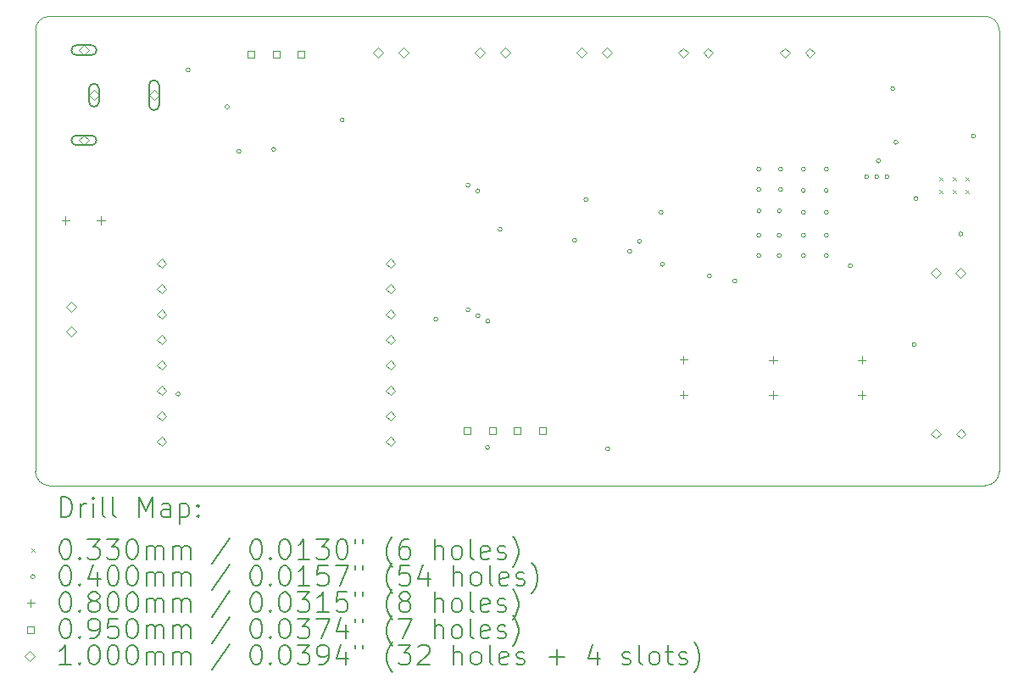
<source format=gbr>
%TF.GenerationSoftware,KiCad,Pcbnew,(6.0.9)*%
%TF.CreationDate,2022-12-23T09:33:13-06:00*%
%TF.ProjectId,CatFeeder,43617446-6565-4646-9572-2e6b69636164,rev?*%
%TF.SameCoordinates,Original*%
%TF.FileFunction,Drillmap*%
%TF.FilePolarity,Positive*%
%FSLAX45Y45*%
G04 Gerber Fmt 4.5, Leading zero omitted, Abs format (unit mm)*
G04 Created by KiCad (PCBNEW (6.0.9)) date 2022-12-23 09:33:13*
%MOMM*%
%LPD*%
G01*
G04 APERTURE LIST*
%ADD10C,0.100000*%
%ADD11C,0.200000*%
%ADD12C,0.033000*%
%ADD13C,0.040000*%
%ADD14C,0.080000*%
%ADD15C,0.095000*%
G04 APERTURE END LIST*
D10*
X9753600Y-11353800D02*
X9753600Y-6946900D01*
X19240500Y-11493500D02*
X9893300Y-11493500D01*
X19380200Y-6946900D02*
X19380200Y-11353800D01*
X9893300Y-6807200D02*
X19240500Y-6807200D01*
X9893300Y-6807200D02*
G75*
G03*
X9753600Y-6946900I0J-139700D01*
G01*
X9753600Y-11353800D02*
G75*
G03*
X9893300Y-11493500I139700J0D01*
G01*
X19240500Y-11493500D02*
G75*
G03*
X19380200Y-11353800I0J139700D01*
G01*
X19380200Y-6946900D02*
G75*
G03*
X19240500Y-6807200I-139700J0D01*
G01*
D11*
D12*
X18784120Y-8411330D02*
X18817120Y-8444330D01*
X18817120Y-8411330D02*
X18784120Y-8444330D01*
X18784120Y-8541330D02*
X18817120Y-8574330D01*
X18817120Y-8541330D02*
X18784120Y-8574330D01*
X18914120Y-8411330D02*
X18947120Y-8444330D01*
X18947120Y-8411330D02*
X18914120Y-8444330D01*
X18914120Y-8541330D02*
X18947120Y-8574330D01*
X18947120Y-8541330D02*
X18914120Y-8574330D01*
X19044120Y-8411330D02*
X19077120Y-8444330D01*
X19077120Y-8411330D02*
X19044120Y-8444330D01*
X19044120Y-8541330D02*
X19077120Y-8574330D01*
X19077120Y-8541330D02*
X19044120Y-8574330D01*
D13*
X11198540Y-10579100D02*
G75*
G03*
X11198540Y-10579100I-20000J0D01*
G01*
X11297600Y-7340600D02*
G75*
G03*
X11297600Y-7340600I-20000J0D01*
G01*
X11688950Y-7711250D02*
G75*
G03*
X11688950Y-7711250I-20000J0D01*
G01*
X11805600Y-8153400D02*
G75*
G03*
X11805600Y-8153400I-20000J0D01*
G01*
X12153580Y-8135620D02*
G75*
G03*
X12153580Y-8135620I-20000J0D01*
G01*
X12836840Y-7840980D02*
G75*
G03*
X12836840Y-7840980I-20000J0D01*
G01*
X13774100Y-9829800D02*
G75*
G03*
X13774100Y-9829800I-20000J0D01*
G01*
X14094140Y-8491220D02*
G75*
G03*
X14094140Y-8491220I-20000J0D01*
G01*
X14094140Y-9735820D02*
G75*
G03*
X14094140Y-9735820I-20000J0D01*
G01*
X14193200Y-8549640D02*
G75*
G03*
X14193200Y-8549640I-20000J0D01*
G01*
X14193200Y-9796780D02*
G75*
G03*
X14193200Y-9796780I-20000J0D01*
G01*
X14289720Y-11112500D02*
G75*
G03*
X14289720Y-11112500I-20000J0D01*
G01*
X14292260Y-9850120D02*
G75*
G03*
X14292260Y-9850120I-20000J0D01*
G01*
X14414180Y-8935720D02*
G75*
G03*
X14414180Y-8935720I-20000J0D01*
G01*
X15158400Y-9042400D02*
G75*
G03*
X15158400Y-9042400I-20000J0D01*
G01*
X15272700Y-8636000D02*
G75*
G03*
X15272700Y-8636000I-20000J0D01*
G01*
X15488600Y-11125200D02*
G75*
G03*
X15488600Y-11125200I-20000J0D01*
G01*
X15709170Y-9154570D02*
G75*
G03*
X15709170Y-9154570I-20000J0D01*
G01*
X15806100Y-9055100D02*
G75*
G03*
X15806100Y-9055100I-20000J0D01*
G01*
X16022000Y-8763000D02*
G75*
G03*
X16022000Y-8763000I-20000J0D01*
G01*
X16034700Y-9283700D02*
G75*
G03*
X16034700Y-9283700I-20000J0D01*
G01*
X16504600Y-9398000D02*
G75*
G03*
X16504600Y-9398000I-20000J0D01*
G01*
X16758600Y-9451340D02*
G75*
G03*
X16758600Y-9451340I-20000J0D01*
G01*
X16999900Y-8331200D02*
G75*
G03*
X16999900Y-8331200I-20000J0D01*
G01*
X16999900Y-8534400D02*
G75*
G03*
X16999900Y-8534400I-20000J0D01*
G01*
X16999900Y-8750300D02*
G75*
G03*
X16999900Y-8750300I-20000J0D01*
G01*
X16999900Y-8991600D02*
G75*
G03*
X16999900Y-8991600I-20000J0D01*
G01*
X16999900Y-9194800D02*
G75*
G03*
X16999900Y-9194800I-20000J0D01*
G01*
X17203100Y-8750300D02*
G75*
G03*
X17203100Y-8750300I-20000J0D01*
G01*
X17203100Y-8991600D02*
G75*
G03*
X17203100Y-8991600I-20000J0D01*
G01*
X17203100Y-9194800D02*
G75*
G03*
X17203100Y-9194800I-20000J0D01*
G01*
X17215800Y-8331200D02*
G75*
G03*
X17215800Y-8331200I-20000J0D01*
G01*
X17215800Y-8534400D02*
G75*
G03*
X17215800Y-8534400I-20000J0D01*
G01*
X17444400Y-8331200D02*
G75*
G03*
X17444400Y-8331200I-20000J0D01*
G01*
X17444400Y-8547100D02*
G75*
G03*
X17444400Y-8547100I-20000J0D01*
G01*
X17444400Y-8763000D02*
G75*
G03*
X17444400Y-8763000I-20000J0D01*
G01*
X17444400Y-8991600D02*
G75*
G03*
X17444400Y-8991600I-20000J0D01*
G01*
X17444400Y-9194800D02*
G75*
G03*
X17444400Y-9194800I-20000J0D01*
G01*
X17673000Y-8331200D02*
G75*
G03*
X17673000Y-8331200I-20000J0D01*
G01*
X17673000Y-8547100D02*
G75*
G03*
X17673000Y-8547100I-20000J0D01*
G01*
X17673000Y-8763000D02*
G75*
G03*
X17673000Y-8763000I-20000J0D01*
G01*
X17673000Y-8991600D02*
G75*
G03*
X17673000Y-8991600I-20000J0D01*
G01*
X17673000Y-9194800D02*
G75*
G03*
X17673000Y-9194800I-20000J0D01*
G01*
X17914300Y-9298940D02*
G75*
G03*
X17914300Y-9298940I-20000J0D01*
G01*
X18076860Y-8408960D02*
G75*
G03*
X18076860Y-8408960I-20000J0D01*
G01*
X18178460Y-8408960D02*
G75*
G03*
X18178460Y-8408960I-20000J0D01*
G01*
X18193700Y-8249920D02*
G75*
G03*
X18193700Y-8249920I-20000J0D01*
G01*
X18280060Y-8408960D02*
G75*
G03*
X18280060Y-8408960I-20000J0D01*
G01*
X18335940Y-7528560D02*
G75*
G03*
X18335940Y-7528560I-20000J0D01*
G01*
X18368960Y-8064500D02*
G75*
G03*
X18368960Y-8064500I-20000J0D01*
G01*
X18551200Y-10085100D02*
G75*
G03*
X18551200Y-10085100I-20000J0D01*
G01*
X18567080Y-8625840D02*
G75*
G03*
X18567080Y-8625840I-20000J0D01*
G01*
X19016660Y-8980510D02*
G75*
G03*
X19016660Y-8980510I-20000J0D01*
G01*
X19143660Y-8002610D02*
G75*
G03*
X19143660Y-8002610I-20000J0D01*
G01*
D14*
X10055695Y-8806820D02*
X10055695Y-8886820D01*
X10015695Y-8846820D02*
X10095695Y-8846820D01*
X10405695Y-8806820D02*
X10405695Y-8886820D01*
X10365695Y-8846820D02*
X10445695Y-8846820D01*
X16228060Y-10196035D02*
X16228060Y-10276035D01*
X16188060Y-10236035D02*
X16268060Y-10236035D01*
X16228060Y-10546035D02*
X16228060Y-10626035D01*
X16188060Y-10586035D02*
X16268060Y-10586035D01*
X17122140Y-10198575D02*
X17122140Y-10278575D01*
X17082140Y-10238575D02*
X17162140Y-10238575D01*
X17122140Y-10548575D02*
X17122140Y-10628575D01*
X17082140Y-10588575D02*
X17162140Y-10588575D01*
X18008600Y-10198740D02*
X18008600Y-10278740D01*
X17968600Y-10238740D02*
X18048600Y-10238740D01*
X18008600Y-10548740D02*
X18008600Y-10628740D01*
X17968600Y-10588740D02*
X18048600Y-10588740D01*
D15*
X11941108Y-7218408D02*
X11941108Y-7151232D01*
X11873932Y-7151232D01*
X11873932Y-7218408D01*
X11941108Y-7218408D01*
X12191108Y-7218408D02*
X12191108Y-7151232D01*
X12123932Y-7151232D01*
X12123932Y-7218408D01*
X12191108Y-7218408D01*
X12441108Y-7218408D02*
X12441108Y-7151232D01*
X12373932Y-7151232D01*
X12373932Y-7218408D01*
X12441108Y-7218408D01*
X14099408Y-10975908D02*
X14099408Y-10908732D01*
X14032232Y-10908732D01*
X14032232Y-10975908D01*
X14099408Y-10975908D01*
X14349408Y-10975908D02*
X14349408Y-10908732D01*
X14282232Y-10908732D01*
X14282232Y-10975908D01*
X14349408Y-10975908D01*
X14599408Y-10975908D02*
X14599408Y-10908732D01*
X14532232Y-10908732D01*
X14532232Y-10975908D01*
X14599408Y-10975908D01*
X14849408Y-10975908D02*
X14849408Y-10908732D01*
X14782232Y-10908732D01*
X14782232Y-10975908D01*
X14849408Y-10975908D01*
D10*
X10109200Y-9756800D02*
X10159200Y-9706800D01*
X10109200Y-9656800D01*
X10059200Y-9706800D01*
X10109200Y-9756800D01*
X10109200Y-10006800D02*
X10159200Y-9956800D01*
X10109200Y-9906800D01*
X10059200Y-9956800D01*
X10109200Y-10006800D01*
X10238600Y-7194600D02*
X10288600Y-7144600D01*
X10238600Y-7094600D01*
X10188600Y-7144600D01*
X10238600Y-7194600D01*
D11*
X10313600Y-7094600D02*
X10163600Y-7094600D01*
X10313600Y-7194600D02*
X10163600Y-7194600D01*
X10163600Y-7094600D02*
G75*
G03*
X10163600Y-7194600I0J-50000D01*
G01*
X10313600Y-7194600D02*
G75*
G03*
X10313600Y-7094600I0J50000D01*
G01*
D10*
X10238600Y-8094600D02*
X10288600Y-8044600D01*
X10238600Y-7994600D01*
X10188600Y-8044600D01*
X10238600Y-8094600D01*
D11*
X10313600Y-7994600D02*
X10163600Y-7994600D01*
X10313600Y-8094600D02*
X10163600Y-8094600D01*
X10163600Y-7994600D02*
G75*
G03*
X10163600Y-8094600I0J-50000D01*
G01*
X10313600Y-8094600D02*
G75*
G03*
X10313600Y-7994600I0J50000D01*
G01*
D10*
X10338600Y-7644600D02*
X10388600Y-7594600D01*
X10338600Y-7544600D01*
X10288600Y-7594600D01*
X10338600Y-7644600D01*
D11*
X10288600Y-7529600D02*
X10288600Y-7659600D01*
X10388600Y-7529600D02*
X10388600Y-7659600D01*
X10288600Y-7659600D02*
G75*
G03*
X10388600Y-7659600I50000J0D01*
G01*
X10388600Y-7529600D02*
G75*
G03*
X10288600Y-7529600I-50000J0D01*
G01*
D10*
X10938600Y-7644600D02*
X10988600Y-7594600D01*
X10938600Y-7544600D01*
X10888600Y-7594600D01*
X10938600Y-7644600D01*
D11*
X10888600Y-7494600D02*
X10888600Y-7694600D01*
X10988600Y-7494600D02*
X10988600Y-7694600D01*
X10888600Y-7694600D02*
G75*
G03*
X10988600Y-7694600I50000J0D01*
G01*
X10988600Y-7494600D02*
G75*
G03*
X10888600Y-7494600I-50000J0D01*
G01*
D10*
X11013400Y-9322500D02*
X11063400Y-9272500D01*
X11013400Y-9222500D01*
X10963400Y-9272500D01*
X11013400Y-9322500D01*
X11013400Y-9576500D02*
X11063400Y-9526500D01*
X11013400Y-9476500D01*
X10963400Y-9526500D01*
X11013400Y-9576500D01*
X11013400Y-9830500D02*
X11063400Y-9780500D01*
X11013400Y-9730500D01*
X10963400Y-9780500D01*
X11013400Y-9830500D01*
X11013400Y-10084500D02*
X11063400Y-10034500D01*
X11013400Y-9984500D01*
X10963400Y-10034500D01*
X11013400Y-10084500D01*
X11013400Y-10338500D02*
X11063400Y-10288500D01*
X11013400Y-10238500D01*
X10963400Y-10288500D01*
X11013400Y-10338500D01*
X11013400Y-10592500D02*
X11063400Y-10542500D01*
X11013400Y-10492500D01*
X10963400Y-10542500D01*
X11013400Y-10592500D01*
X11013400Y-10846500D02*
X11063400Y-10796500D01*
X11013400Y-10746500D01*
X10963400Y-10796500D01*
X11013400Y-10846500D01*
X11013400Y-11100500D02*
X11063400Y-11050500D01*
X11013400Y-11000500D01*
X10963400Y-11050500D01*
X11013400Y-11100500D01*
X13177520Y-7220420D02*
X13227520Y-7170420D01*
X13177520Y-7120420D01*
X13127520Y-7170420D01*
X13177520Y-7220420D01*
X13299400Y-9322500D02*
X13349400Y-9272500D01*
X13299400Y-9222500D01*
X13249400Y-9272500D01*
X13299400Y-9322500D01*
X13299400Y-9576500D02*
X13349400Y-9526500D01*
X13299400Y-9476500D01*
X13249400Y-9526500D01*
X13299400Y-9576500D01*
X13299400Y-9830500D02*
X13349400Y-9780500D01*
X13299400Y-9730500D01*
X13249400Y-9780500D01*
X13299400Y-9830500D01*
X13299400Y-10084500D02*
X13349400Y-10034500D01*
X13299400Y-9984500D01*
X13249400Y-10034500D01*
X13299400Y-10084500D01*
X13299400Y-10338500D02*
X13349400Y-10288500D01*
X13299400Y-10238500D01*
X13249400Y-10288500D01*
X13299400Y-10338500D01*
X13299400Y-10592500D02*
X13349400Y-10542500D01*
X13299400Y-10492500D01*
X13249400Y-10542500D01*
X13299400Y-10592500D01*
X13299400Y-10846500D02*
X13349400Y-10796500D01*
X13299400Y-10746500D01*
X13249400Y-10796500D01*
X13299400Y-10846500D01*
X13299400Y-11100500D02*
X13349400Y-11050500D01*
X13299400Y-11000500D01*
X13249400Y-11050500D01*
X13299400Y-11100500D01*
X13427520Y-7220420D02*
X13477520Y-7170420D01*
X13427520Y-7120420D01*
X13377520Y-7170420D01*
X13427520Y-7220420D01*
X14193520Y-7220420D02*
X14243520Y-7170420D01*
X14193520Y-7120420D01*
X14143520Y-7170420D01*
X14193520Y-7220420D01*
X14443520Y-7220420D02*
X14493520Y-7170420D01*
X14443520Y-7120420D01*
X14393520Y-7170420D01*
X14443520Y-7220420D01*
X15209520Y-7220420D02*
X15259520Y-7170420D01*
X15209520Y-7120420D01*
X15159520Y-7170420D01*
X15209520Y-7220420D01*
X15459520Y-7220420D02*
X15509520Y-7170420D01*
X15459520Y-7120420D01*
X15409520Y-7170420D01*
X15459520Y-7220420D01*
X16223520Y-7222120D02*
X16273520Y-7172120D01*
X16223520Y-7122120D01*
X16173520Y-7172120D01*
X16223520Y-7222120D01*
X16473520Y-7222120D02*
X16523520Y-7172120D01*
X16473520Y-7122120D01*
X16423520Y-7172120D01*
X16473520Y-7222120D01*
X17239520Y-7222120D02*
X17289520Y-7172120D01*
X17239520Y-7122120D01*
X17189520Y-7172120D01*
X17239520Y-7222120D01*
X17489520Y-7222120D02*
X17539520Y-7172120D01*
X17489520Y-7122120D01*
X17439520Y-7172120D01*
X17489520Y-7222120D01*
X18745200Y-9422600D02*
X18795200Y-9372600D01*
X18745200Y-9322600D01*
X18695200Y-9372600D01*
X18745200Y-9422600D01*
X18747200Y-11024500D02*
X18797200Y-10974500D01*
X18747200Y-10924500D01*
X18697200Y-10974500D01*
X18747200Y-11024500D01*
X18995200Y-9422600D02*
X19045200Y-9372600D01*
X18995200Y-9322600D01*
X18945200Y-9372600D01*
X18995200Y-9422600D01*
X18997200Y-11024500D02*
X19047200Y-10974500D01*
X18997200Y-10924500D01*
X18947200Y-10974500D01*
X18997200Y-11024500D01*
D11*
X10006219Y-11808976D02*
X10006219Y-11608976D01*
X10053838Y-11608976D01*
X10082409Y-11618500D01*
X10101457Y-11637548D01*
X10110981Y-11656595D01*
X10120505Y-11694690D01*
X10120505Y-11723262D01*
X10110981Y-11761357D01*
X10101457Y-11780405D01*
X10082409Y-11799452D01*
X10053838Y-11808976D01*
X10006219Y-11808976D01*
X10206219Y-11808976D02*
X10206219Y-11675643D01*
X10206219Y-11713738D02*
X10215743Y-11694690D01*
X10225267Y-11685167D01*
X10244314Y-11675643D01*
X10263362Y-11675643D01*
X10330028Y-11808976D02*
X10330028Y-11675643D01*
X10330028Y-11608976D02*
X10320505Y-11618500D01*
X10330028Y-11628024D01*
X10339552Y-11618500D01*
X10330028Y-11608976D01*
X10330028Y-11628024D01*
X10453838Y-11808976D02*
X10434790Y-11799452D01*
X10425267Y-11780405D01*
X10425267Y-11608976D01*
X10558600Y-11808976D02*
X10539552Y-11799452D01*
X10530028Y-11780405D01*
X10530028Y-11608976D01*
X10787171Y-11808976D02*
X10787171Y-11608976D01*
X10853838Y-11751833D01*
X10920505Y-11608976D01*
X10920505Y-11808976D01*
X11101457Y-11808976D02*
X11101457Y-11704214D01*
X11091933Y-11685167D01*
X11072886Y-11675643D01*
X11034790Y-11675643D01*
X11015743Y-11685167D01*
X11101457Y-11799452D02*
X11082409Y-11808976D01*
X11034790Y-11808976D01*
X11015743Y-11799452D01*
X11006219Y-11780405D01*
X11006219Y-11761357D01*
X11015743Y-11742310D01*
X11034790Y-11732786D01*
X11082409Y-11732786D01*
X11101457Y-11723262D01*
X11196695Y-11675643D02*
X11196695Y-11875643D01*
X11196695Y-11685167D02*
X11215743Y-11675643D01*
X11253838Y-11675643D01*
X11272886Y-11685167D01*
X11282409Y-11694690D01*
X11291933Y-11713738D01*
X11291933Y-11770881D01*
X11282409Y-11789929D01*
X11272886Y-11799452D01*
X11253838Y-11808976D01*
X11215743Y-11808976D01*
X11196695Y-11799452D01*
X11377647Y-11789929D02*
X11387171Y-11799452D01*
X11377647Y-11808976D01*
X11368124Y-11799452D01*
X11377647Y-11789929D01*
X11377647Y-11808976D01*
X11377647Y-11685167D02*
X11387171Y-11694690D01*
X11377647Y-11704214D01*
X11368124Y-11694690D01*
X11377647Y-11685167D01*
X11377647Y-11704214D01*
D12*
X9715600Y-12122000D02*
X9748600Y-12155000D01*
X9748600Y-12122000D02*
X9715600Y-12155000D01*
D11*
X10044314Y-12028976D02*
X10063362Y-12028976D01*
X10082409Y-12038500D01*
X10091933Y-12048024D01*
X10101457Y-12067071D01*
X10110981Y-12105167D01*
X10110981Y-12152786D01*
X10101457Y-12190881D01*
X10091933Y-12209929D01*
X10082409Y-12219452D01*
X10063362Y-12228976D01*
X10044314Y-12228976D01*
X10025267Y-12219452D01*
X10015743Y-12209929D01*
X10006219Y-12190881D01*
X9996695Y-12152786D01*
X9996695Y-12105167D01*
X10006219Y-12067071D01*
X10015743Y-12048024D01*
X10025267Y-12038500D01*
X10044314Y-12028976D01*
X10196695Y-12209929D02*
X10206219Y-12219452D01*
X10196695Y-12228976D01*
X10187171Y-12219452D01*
X10196695Y-12209929D01*
X10196695Y-12228976D01*
X10272886Y-12028976D02*
X10396695Y-12028976D01*
X10330028Y-12105167D01*
X10358600Y-12105167D01*
X10377648Y-12114690D01*
X10387171Y-12124214D01*
X10396695Y-12143262D01*
X10396695Y-12190881D01*
X10387171Y-12209929D01*
X10377648Y-12219452D01*
X10358600Y-12228976D01*
X10301457Y-12228976D01*
X10282409Y-12219452D01*
X10272886Y-12209929D01*
X10463362Y-12028976D02*
X10587171Y-12028976D01*
X10520505Y-12105167D01*
X10549076Y-12105167D01*
X10568124Y-12114690D01*
X10577648Y-12124214D01*
X10587171Y-12143262D01*
X10587171Y-12190881D01*
X10577648Y-12209929D01*
X10568124Y-12219452D01*
X10549076Y-12228976D01*
X10491933Y-12228976D01*
X10472886Y-12219452D01*
X10463362Y-12209929D01*
X10710981Y-12028976D02*
X10730028Y-12028976D01*
X10749076Y-12038500D01*
X10758600Y-12048024D01*
X10768124Y-12067071D01*
X10777648Y-12105167D01*
X10777648Y-12152786D01*
X10768124Y-12190881D01*
X10758600Y-12209929D01*
X10749076Y-12219452D01*
X10730028Y-12228976D01*
X10710981Y-12228976D01*
X10691933Y-12219452D01*
X10682409Y-12209929D01*
X10672886Y-12190881D01*
X10663362Y-12152786D01*
X10663362Y-12105167D01*
X10672886Y-12067071D01*
X10682409Y-12048024D01*
X10691933Y-12038500D01*
X10710981Y-12028976D01*
X10863362Y-12228976D02*
X10863362Y-12095643D01*
X10863362Y-12114690D02*
X10872886Y-12105167D01*
X10891933Y-12095643D01*
X10920505Y-12095643D01*
X10939552Y-12105167D01*
X10949076Y-12124214D01*
X10949076Y-12228976D01*
X10949076Y-12124214D02*
X10958600Y-12105167D01*
X10977648Y-12095643D01*
X11006219Y-12095643D01*
X11025267Y-12105167D01*
X11034790Y-12124214D01*
X11034790Y-12228976D01*
X11130028Y-12228976D02*
X11130028Y-12095643D01*
X11130028Y-12114690D02*
X11139552Y-12105167D01*
X11158600Y-12095643D01*
X11187171Y-12095643D01*
X11206219Y-12105167D01*
X11215743Y-12124214D01*
X11215743Y-12228976D01*
X11215743Y-12124214D02*
X11225266Y-12105167D01*
X11244314Y-12095643D01*
X11272886Y-12095643D01*
X11291933Y-12105167D01*
X11301457Y-12124214D01*
X11301457Y-12228976D01*
X11691933Y-12019452D02*
X11520505Y-12276595D01*
X11949076Y-12028976D02*
X11968124Y-12028976D01*
X11987171Y-12038500D01*
X11996695Y-12048024D01*
X12006219Y-12067071D01*
X12015743Y-12105167D01*
X12015743Y-12152786D01*
X12006219Y-12190881D01*
X11996695Y-12209929D01*
X11987171Y-12219452D01*
X11968124Y-12228976D01*
X11949076Y-12228976D01*
X11930028Y-12219452D01*
X11920505Y-12209929D01*
X11910981Y-12190881D01*
X11901457Y-12152786D01*
X11901457Y-12105167D01*
X11910981Y-12067071D01*
X11920505Y-12048024D01*
X11930028Y-12038500D01*
X11949076Y-12028976D01*
X12101457Y-12209929D02*
X12110981Y-12219452D01*
X12101457Y-12228976D01*
X12091933Y-12219452D01*
X12101457Y-12209929D01*
X12101457Y-12228976D01*
X12234790Y-12028976D02*
X12253838Y-12028976D01*
X12272886Y-12038500D01*
X12282409Y-12048024D01*
X12291933Y-12067071D01*
X12301457Y-12105167D01*
X12301457Y-12152786D01*
X12291933Y-12190881D01*
X12282409Y-12209929D01*
X12272886Y-12219452D01*
X12253838Y-12228976D01*
X12234790Y-12228976D01*
X12215743Y-12219452D01*
X12206219Y-12209929D01*
X12196695Y-12190881D01*
X12187171Y-12152786D01*
X12187171Y-12105167D01*
X12196695Y-12067071D01*
X12206219Y-12048024D01*
X12215743Y-12038500D01*
X12234790Y-12028976D01*
X12491933Y-12228976D02*
X12377647Y-12228976D01*
X12434790Y-12228976D02*
X12434790Y-12028976D01*
X12415743Y-12057548D01*
X12396695Y-12076595D01*
X12377647Y-12086119D01*
X12558600Y-12028976D02*
X12682409Y-12028976D01*
X12615743Y-12105167D01*
X12644314Y-12105167D01*
X12663362Y-12114690D01*
X12672886Y-12124214D01*
X12682409Y-12143262D01*
X12682409Y-12190881D01*
X12672886Y-12209929D01*
X12663362Y-12219452D01*
X12644314Y-12228976D01*
X12587171Y-12228976D01*
X12568124Y-12219452D01*
X12558600Y-12209929D01*
X12806219Y-12028976D02*
X12825266Y-12028976D01*
X12844314Y-12038500D01*
X12853838Y-12048024D01*
X12863362Y-12067071D01*
X12872886Y-12105167D01*
X12872886Y-12152786D01*
X12863362Y-12190881D01*
X12853838Y-12209929D01*
X12844314Y-12219452D01*
X12825266Y-12228976D01*
X12806219Y-12228976D01*
X12787171Y-12219452D01*
X12777647Y-12209929D01*
X12768124Y-12190881D01*
X12758600Y-12152786D01*
X12758600Y-12105167D01*
X12768124Y-12067071D01*
X12777647Y-12048024D01*
X12787171Y-12038500D01*
X12806219Y-12028976D01*
X12949076Y-12028976D02*
X12949076Y-12067071D01*
X13025266Y-12028976D02*
X13025266Y-12067071D01*
X13320505Y-12305167D02*
X13310981Y-12295643D01*
X13291933Y-12267071D01*
X13282409Y-12248024D01*
X13272886Y-12219452D01*
X13263362Y-12171833D01*
X13263362Y-12133738D01*
X13272886Y-12086119D01*
X13282409Y-12057548D01*
X13291933Y-12038500D01*
X13310981Y-12009929D01*
X13320505Y-12000405D01*
X13482409Y-12028976D02*
X13444314Y-12028976D01*
X13425266Y-12038500D01*
X13415743Y-12048024D01*
X13396695Y-12076595D01*
X13387171Y-12114690D01*
X13387171Y-12190881D01*
X13396695Y-12209929D01*
X13406219Y-12219452D01*
X13425266Y-12228976D01*
X13463362Y-12228976D01*
X13482409Y-12219452D01*
X13491933Y-12209929D01*
X13501457Y-12190881D01*
X13501457Y-12143262D01*
X13491933Y-12124214D01*
X13482409Y-12114690D01*
X13463362Y-12105167D01*
X13425266Y-12105167D01*
X13406219Y-12114690D01*
X13396695Y-12124214D01*
X13387171Y-12143262D01*
X13739552Y-12228976D02*
X13739552Y-12028976D01*
X13825266Y-12228976D02*
X13825266Y-12124214D01*
X13815743Y-12105167D01*
X13796695Y-12095643D01*
X13768124Y-12095643D01*
X13749076Y-12105167D01*
X13739552Y-12114690D01*
X13949076Y-12228976D02*
X13930028Y-12219452D01*
X13920505Y-12209929D01*
X13910981Y-12190881D01*
X13910981Y-12133738D01*
X13920505Y-12114690D01*
X13930028Y-12105167D01*
X13949076Y-12095643D01*
X13977647Y-12095643D01*
X13996695Y-12105167D01*
X14006219Y-12114690D01*
X14015743Y-12133738D01*
X14015743Y-12190881D01*
X14006219Y-12209929D01*
X13996695Y-12219452D01*
X13977647Y-12228976D01*
X13949076Y-12228976D01*
X14130028Y-12228976D02*
X14110981Y-12219452D01*
X14101457Y-12200405D01*
X14101457Y-12028976D01*
X14282409Y-12219452D02*
X14263362Y-12228976D01*
X14225266Y-12228976D01*
X14206219Y-12219452D01*
X14196695Y-12200405D01*
X14196695Y-12124214D01*
X14206219Y-12105167D01*
X14225266Y-12095643D01*
X14263362Y-12095643D01*
X14282409Y-12105167D01*
X14291933Y-12124214D01*
X14291933Y-12143262D01*
X14196695Y-12162310D01*
X14368124Y-12219452D02*
X14387171Y-12228976D01*
X14425266Y-12228976D01*
X14444314Y-12219452D01*
X14453838Y-12200405D01*
X14453838Y-12190881D01*
X14444314Y-12171833D01*
X14425266Y-12162310D01*
X14396695Y-12162310D01*
X14377647Y-12152786D01*
X14368124Y-12133738D01*
X14368124Y-12124214D01*
X14377647Y-12105167D01*
X14396695Y-12095643D01*
X14425266Y-12095643D01*
X14444314Y-12105167D01*
X14520505Y-12305167D02*
X14530028Y-12295643D01*
X14549076Y-12267071D01*
X14558600Y-12248024D01*
X14568124Y-12219452D01*
X14577647Y-12171833D01*
X14577647Y-12133738D01*
X14568124Y-12086119D01*
X14558600Y-12057548D01*
X14549076Y-12038500D01*
X14530028Y-12009929D01*
X14520505Y-12000405D01*
D13*
X9748600Y-12402500D02*
G75*
G03*
X9748600Y-12402500I-20000J0D01*
G01*
D11*
X10044314Y-12292976D02*
X10063362Y-12292976D01*
X10082409Y-12302500D01*
X10091933Y-12312024D01*
X10101457Y-12331071D01*
X10110981Y-12369167D01*
X10110981Y-12416786D01*
X10101457Y-12454881D01*
X10091933Y-12473929D01*
X10082409Y-12483452D01*
X10063362Y-12492976D01*
X10044314Y-12492976D01*
X10025267Y-12483452D01*
X10015743Y-12473929D01*
X10006219Y-12454881D01*
X9996695Y-12416786D01*
X9996695Y-12369167D01*
X10006219Y-12331071D01*
X10015743Y-12312024D01*
X10025267Y-12302500D01*
X10044314Y-12292976D01*
X10196695Y-12473929D02*
X10206219Y-12483452D01*
X10196695Y-12492976D01*
X10187171Y-12483452D01*
X10196695Y-12473929D01*
X10196695Y-12492976D01*
X10377648Y-12359643D02*
X10377648Y-12492976D01*
X10330028Y-12283452D02*
X10282409Y-12426310D01*
X10406219Y-12426310D01*
X10520505Y-12292976D02*
X10539552Y-12292976D01*
X10558600Y-12302500D01*
X10568124Y-12312024D01*
X10577648Y-12331071D01*
X10587171Y-12369167D01*
X10587171Y-12416786D01*
X10577648Y-12454881D01*
X10568124Y-12473929D01*
X10558600Y-12483452D01*
X10539552Y-12492976D01*
X10520505Y-12492976D01*
X10501457Y-12483452D01*
X10491933Y-12473929D01*
X10482409Y-12454881D01*
X10472886Y-12416786D01*
X10472886Y-12369167D01*
X10482409Y-12331071D01*
X10491933Y-12312024D01*
X10501457Y-12302500D01*
X10520505Y-12292976D01*
X10710981Y-12292976D02*
X10730028Y-12292976D01*
X10749076Y-12302500D01*
X10758600Y-12312024D01*
X10768124Y-12331071D01*
X10777648Y-12369167D01*
X10777648Y-12416786D01*
X10768124Y-12454881D01*
X10758600Y-12473929D01*
X10749076Y-12483452D01*
X10730028Y-12492976D01*
X10710981Y-12492976D01*
X10691933Y-12483452D01*
X10682409Y-12473929D01*
X10672886Y-12454881D01*
X10663362Y-12416786D01*
X10663362Y-12369167D01*
X10672886Y-12331071D01*
X10682409Y-12312024D01*
X10691933Y-12302500D01*
X10710981Y-12292976D01*
X10863362Y-12492976D02*
X10863362Y-12359643D01*
X10863362Y-12378690D02*
X10872886Y-12369167D01*
X10891933Y-12359643D01*
X10920505Y-12359643D01*
X10939552Y-12369167D01*
X10949076Y-12388214D01*
X10949076Y-12492976D01*
X10949076Y-12388214D02*
X10958600Y-12369167D01*
X10977648Y-12359643D01*
X11006219Y-12359643D01*
X11025267Y-12369167D01*
X11034790Y-12388214D01*
X11034790Y-12492976D01*
X11130028Y-12492976D02*
X11130028Y-12359643D01*
X11130028Y-12378690D02*
X11139552Y-12369167D01*
X11158600Y-12359643D01*
X11187171Y-12359643D01*
X11206219Y-12369167D01*
X11215743Y-12388214D01*
X11215743Y-12492976D01*
X11215743Y-12388214D02*
X11225266Y-12369167D01*
X11244314Y-12359643D01*
X11272886Y-12359643D01*
X11291933Y-12369167D01*
X11301457Y-12388214D01*
X11301457Y-12492976D01*
X11691933Y-12283452D02*
X11520505Y-12540595D01*
X11949076Y-12292976D02*
X11968124Y-12292976D01*
X11987171Y-12302500D01*
X11996695Y-12312024D01*
X12006219Y-12331071D01*
X12015743Y-12369167D01*
X12015743Y-12416786D01*
X12006219Y-12454881D01*
X11996695Y-12473929D01*
X11987171Y-12483452D01*
X11968124Y-12492976D01*
X11949076Y-12492976D01*
X11930028Y-12483452D01*
X11920505Y-12473929D01*
X11910981Y-12454881D01*
X11901457Y-12416786D01*
X11901457Y-12369167D01*
X11910981Y-12331071D01*
X11920505Y-12312024D01*
X11930028Y-12302500D01*
X11949076Y-12292976D01*
X12101457Y-12473929D02*
X12110981Y-12483452D01*
X12101457Y-12492976D01*
X12091933Y-12483452D01*
X12101457Y-12473929D01*
X12101457Y-12492976D01*
X12234790Y-12292976D02*
X12253838Y-12292976D01*
X12272886Y-12302500D01*
X12282409Y-12312024D01*
X12291933Y-12331071D01*
X12301457Y-12369167D01*
X12301457Y-12416786D01*
X12291933Y-12454881D01*
X12282409Y-12473929D01*
X12272886Y-12483452D01*
X12253838Y-12492976D01*
X12234790Y-12492976D01*
X12215743Y-12483452D01*
X12206219Y-12473929D01*
X12196695Y-12454881D01*
X12187171Y-12416786D01*
X12187171Y-12369167D01*
X12196695Y-12331071D01*
X12206219Y-12312024D01*
X12215743Y-12302500D01*
X12234790Y-12292976D01*
X12491933Y-12492976D02*
X12377647Y-12492976D01*
X12434790Y-12492976D02*
X12434790Y-12292976D01*
X12415743Y-12321548D01*
X12396695Y-12340595D01*
X12377647Y-12350119D01*
X12672886Y-12292976D02*
X12577647Y-12292976D01*
X12568124Y-12388214D01*
X12577647Y-12378690D01*
X12596695Y-12369167D01*
X12644314Y-12369167D01*
X12663362Y-12378690D01*
X12672886Y-12388214D01*
X12682409Y-12407262D01*
X12682409Y-12454881D01*
X12672886Y-12473929D01*
X12663362Y-12483452D01*
X12644314Y-12492976D01*
X12596695Y-12492976D01*
X12577647Y-12483452D01*
X12568124Y-12473929D01*
X12749076Y-12292976D02*
X12882409Y-12292976D01*
X12796695Y-12492976D01*
X12949076Y-12292976D02*
X12949076Y-12331071D01*
X13025266Y-12292976D02*
X13025266Y-12331071D01*
X13320505Y-12569167D02*
X13310981Y-12559643D01*
X13291933Y-12531071D01*
X13282409Y-12512024D01*
X13272886Y-12483452D01*
X13263362Y-12435833D01*
X13263362Y-12397738D01*
X13272886Y-12350119D01*
X13282409Y-12321548D01*
X13291933Y-12302500D01*
X13310981Y-12273929D01*
X13320505Y-12264405D01*
X13491933Y-12292976D02*
X13396695Y-12292976D01*
X13387171Y-12388214D01*
X13396695Y-12378690D01*
X13415743Y-12369167D01*
X13463362Y-12369167D01*
X13482409Y-12378690D01*
X13491933Y-12388214D01*
X13501457Y-12407262D01*
X13501457Y-12454881D01*
X13491933Y-12473929D01*
X13482409Y-12483452D01*
X13463362Y-12492976D01*
X13415743Y-12492976D01*
X13396695Y-12483452D01*
X13387171Y-12473929D01*
X13672886Y-12359643D02*
X13672886Y-12492976D01*
X13625266Y-12283452D02*
X13577647Y-12426310D01*
X13701457Y-12426310D01*
X13930028Y-12492976D02*
X13930028Y-12292976D01*
X14015743Y-12492976D02*
X14015743Y-12388214D01*
X14006219Y-12369167D01*
X13987171Y-12359643D01*
X13958600Y-12359643D01*
X13939552Y-12369167D01*
X13930028Y-12378690D01*
X14139552Y-12492976D02*
X14120505Y-12483452D01*
X14110981Y-12473929D01*
X14101457Y-12454881D01*
X14101457Y-12397738D01*
X14110981Y-12378690D01*
X14120505Y-12369167D01*
X14139552Y-12359643D01*
X14168124Y-12359643D01*
X14187171Y-12369167D01*
X14196695Y-12378690D01*
X14206219Y-12397738D01*
X14206219Y-12454881D01*
X14196695Y-12473929D01*
X14187171Y-12483452D01*
X14168124Y-12492976D01*
X14139552Y-12492976D01*
X14320505Y-12492976D02*
X14301457Y-12483452D01*
X14291933Y-12464405D01*
X14291933Y-12292976D01*
X14472886Y-12483452D02*
X14453838Y-12492976D01*
X14415743Y-12492976D01*
X14396695Y-12483452D01*
X14387171Y-12464405D01*
X14387171Y-12388214D01*
X14396695Y-12369167D01*
X14415743Y-12359643D01*
X14453838Y-12359643D01*
X14472886Y-12369167D01*
X14482409Y-12388214D01*
X14482409Y-12407262D01*
X14387171Y-12426310D01*
X14558600Y-12483452D02*
X14577647Y-12492976D01*
X14615743Y-12492976D01*
X14634790Y-12483452D01*
X14644314Y-12464405D01*
X14644314Y-12454881D01*
X14634790Y-12435833D01*
X14615743Y-12426310D01*
X14587171Y-12426310D01*
X14568124Y-12416786D01*
X14558600Y-12397738D01*
X14558600Y-12388214D01*
X14568124Y-12369167D01*
X14587171Y-12359643D01*
X14615743Y-12359643D01*
X14634790Y-12369167D01*
X14710981Y-12569167D02*
X14720505Y-12559643D01*
X14739552Y-12531071D01*
X14749076Y-12512024D01*
X14758600Y-12483452D01*
X14768124Y-12435833D01*
X14768124Y-12397738D01*
X14758600Y-12350119D01*
X14749076Y-12321548D01*
X14739552Y-12302500D01*
X14720505Y-12273929D01*
X14710981Y-12264405D01*
D14*
X9708600Y-12626500D02*
X9708600Y-12706500D01*
X9668600Y-12666500D02*
X9748600Y-12666500D01*
D11*
X10044314Y-12556976D02*
X10063362Y-12556976D01*
X10082409Y-12566500D01*
X10091933Y-12576024D01*
X10101457Y-12595071D01*
X10110981Y-12633167D01*
X10110981Y-12680786D01*
X10101457Y-12718881D01*
X10091933Y-12737929D01*
X10082409Y-12747452D01*
X10063362Y-12756976D01*
X10044314Y-12756976D01*
X10025267Y-12747452D01*
X10015743Y-12737929D01*
X10006219Y-12718881D01*
X9996695Y-12680786D01*
X9996695Y-12633167D01*
X10006219Y-12595071D01*
X10015743Y-12576024D01*
X10025267Y-12566500D01*
X10044314Y-12556976D01*
X10196695Y-12737929D02*
X10206219Y-12747452D01*
X10196695Y-12756976D01*
X10187171Y-12747452D01*
X10196695Y-12737929D01*
X10196695Y-12756976D01*
X10320505Y-12642690D02*
X10301457Y-12633167D01*
X10291933Y-12623643D01*
X10282409Y-12604595D01*
X10282409Y-12595071D01*
X10291933Y-12576024D01*
X10301457Y-12566500D01*
X10320505Y-12556976D01*
X10358600Y-12556976D01*
X10377648Y-12566500D01*
X10387171Y-12576024D01*
X10396695Y-12595071D01*
X10396695Y-12604595D01*
X10387171Y-12623643D01*
X10377648Y-12633167D01*
X10358600Y-12642690D01*
X10320505Y-12642690D01*
X10301457Y-12652214D01*
X10291933Y-12661738D01*
X10282409Y-12680786D01*
X10282409Y-12718881D01*
X10291933Y-12737929D01*
X10301457Y-12747452D01*
X10320505Y-12756976D01*
X10358600Y-12756976D01*
X10377648Y-12747452D01*
X10387171Y-12737929D01*
X10396695Y-12718881D01*
X10396695Y-12680786D01*
X10387171Y-12661738D01*
X10377648Y-12652214D01*
X10358600Y-12642690D01*
X10520505Y-12556976D02*
X10539552Y-12556976D01*
X10558600Y-12566500D01*
X10568124Y-12576024D01*
X10577648Y-12595071D01*
X10587171Y-12633167D01*
X10587171Y-12680786D01*
X10577648Y-12718881D01*
X10568124Y-12737929D01*
X10558600Y-12747452D01*
X10539552Y-12756976D01*
X10520505Y-12756976D01*
X10501457Y-12747452D01*
X10491933Y-12737929D01*
X10482409Y-12718881D01*
X10472886Y-12680786D01*
X10472886Y-12633167D01*
X10482409Y-12595071D01*
X10491933Y-12576024D01*
X10501457Y-12566500D01*
X10520505Y-12556976D01*
X10710981Y-12556976D02*
X10730028Y-12556976D01*
X10749076Y-12566500D01*
X10758600Y-12576024D01*
X10768124Y-12595071D01*
X10777648Y-12633167D01*
X10777648Y-12680786D01*
X10768124Y-12718881D01*
X10758600Y-12737929D01*
X10749076Y-12747452D01*
X10730028Y-12756976D01*
X10710981Y-12756976D01*
X10691933Y-12747452D01*
X10682409Y-12737929D01*
X10672886Y-12718881D01*
X10663362Y-12680786D01*
X10663362Y-12633167D01*
X10672886Y-12595071D01*
X10682409Y-12576024D01*
X10691933Y-12566500D01*
X10710981Y-12556976D01*
X10863362Y-12756976D02*
X10863362Y-12623643D01*
X10863362Y-12642690D02*
X10872886Y-12633167D01*
X10891933Y-12623643D01*
X10920505Y-12623643D01*
X10939552Y-12633167D01*
X10949076Y-12652214D01*
X10949076Y-12756976D01*
X10949076Y-12652214D02*
X10958600Y-12633167D01*
X10977648Y-12623643D01*
X11006219Y-12623643D01*
X11025267Y-12633167D01*
X11034790Y-12652214D01*
X11034790Y-12756976D01*
X11130028Y-12756976D02*
X11130028Y-12623643D01*
X11130028Y-12642690D02*
X11139552Y-12633167D01*
X11158600Y-12623643D01*
X11187171Y-12623643D01*
X11206219Y-12633167D01*
X11215743Y-12652214D01*
X11215743Y-12756976D01*
X11215743Y-12652214D02*
X11225266Y-12633167D01*
X11244314Y-12623643D01*
X11272886Y-12623643D01*
X11291933Y-12633167D01*
X11301457Y-12652214D01*
X11301457Y-12756976D01*
X11691933Y-12547452D02*
X11520505Y-12804595D01*
X11949076Y-12556976D02*
X11968124Y-12556976D01*
X11987171Y-12566500D01*
X11996695Y-12576024D01*
X12006219Y-12595071D01*
X12015743Y-12633167D01*
X12015743Y-12680786D01*
X12006219Y-12718881D01*
X11996695Y-12737929D01*
X11987171Y-12747452D01*
X11968124Y-12756976D01*
X11949076Y-12756976D01*
X11930028Y-12747452D01*
X11920505Y-12737929D01*
X11910981Y-12718881D01*
X11901457Y-12680786D01*
X11901457Y-12633167D01*
X11910981Y-12595071D01*
X11920505Y-12576024D01*
X11930028Y-12566500D01*
X11949076Y-12556976D01*
X12101457Y-12737929D02*
X12110981Y-12747452D01*
X12101457Y-12756976D01*
X12091933Y-12747452D01*
X12101457Y-12737929D01*
X12101457Y-12756976D01*
X12234790Y-12556976D02*
X12253838Y-12556976D01*
X12272886Y-12566500D01*
X12282409Y-12576024D01*
X12291933Y-12595071D01*
X12301457Y-12633167D01*
X12301457Y-12680786D01*
X12291933Y-12718881D01*
X12282409Y-12737929D01*
X12272886Y-12747452D01*
X12253838Y-12756976D01*
X12234790Y-12756976D01*
X12215743Y-12747452D01*
X12206219Y-12737929D01*
X12196695Y-12718881D01*
X12187171Y-12680786D01*
X12187171Y-12633167D01*
X12196695Y-12595071D01*
X12206219Y-12576024D01*
X12215743Y-12566500D01*
X12234790Y-12556976D01*
X12368124Y-12556976D02*
X12491933Y-12556976D01*
X12425266Y-12633167D01*
X12453838Y-12633167D01*
X12472886Y-12642690D01*
X12482409Y-12652214D01*
X12491933Y-12671262D01*
X12491933Y-12718881D01*
X12482409Y-12737929D01*
X12472886Y-12747452D01*
X12453838Y-12756976D01*
X12396695Y-12756976D01*
X12377647Y-12747452D01*
X12368124Y-12737929D01*
X12682409Y-12756976D02*
X12568124Y-12756976D01*
X12625266Y-12756976D02*
X12625266Y-12556976D01*
X12606219Y-12585548D01*
X12587171Y-12604595D01*
X12568124Y-12614119D01*
X12863362Y-12556976D02*
X12768124Y-12556976D01*
X12758600Y-12652214D01*
X12768124Y-12642690D01*
X12787171Y-12633167D01*
X12834790Y-12633167D01*
X12853838Y-12642690D01*
X12863362Y-12652214D01*
X12872886Y-12671262D01*
X12872886Y-12718881D01*
X12863362Y-12737929D01*
X12853838Y-12747452D01*
X12834790Y-12756976D01*
X12787171Y-12756976D01*
X12768124Y-12747452D01*
X12758600Y-12737929D01*
X12949076Y-12556976D02*
X12949076Y-12595071D01*
X13025266Y-12556976D02*
X13025266Y-12595071D01*
X13320505Y-12833167D02*
X13310981Y-12823643D01*
X13291933Y-12795071D01*
X13282409Y-12776024D01*
X13272886Y-12747452D01*
X13263362Y-12699833D01*
X13263362Y-12661738D01*
X13272886Y-12614119D01*
X13282409Y-12585548D01*
X13291933Y-12566500D01*
X13310981Y-12537929D01*
X13320505Y-12528405D01*
X13425266Y-12642690D02*
X13406219Y-12633167D01*
X13396695Y-12623643D01*
X13387171Y-12604595D01*
X13387171Y-12595071D01*
X13396695Y-12576024D01*
X13406219Y-12566500D01*
X13425266Y-12556976D01*
X13463362Y-12556976D01*
X13482409Y-12566500D01*
X13491933Y-12576024D01*
X13501457Y-12595071D01*
X13501457Y-12604595D01*
X13491933Y-12623643D01*
X13482409Y-12633167D01*
X13463362Y-12642690D01*
X13425266Y-12642690D01*
X13406219Y-12652214D01*
X13396695Y-12661738D01*
X13387171Y-12680786D01*
X13387171Y-12718881D01*
X13396695Y-12737929D01*
X13406219Y-12747452D01*
X13425266Y-12756976D01*
X13463362Y-12756976D01*
X13482409Y-12747452D01*
X13491933Y-12737929D01*
X13501457Y-12718881D01*
X13501457Y-12680786D01*
X13491933Y-12661738D01*
X13482409Y-12652214D01*
X13463362Y-12642690D01*
X13739552Y-12756976D02*
X13739552Y-12556976D01*
X13825266Y-12756976D02*
X13825266Y-12652214D01*
X13815743Y-12633167D01*
X13796695Y-12623643D01*
X13768124Y-12623643D01*
X13749076Y-12633167D01*
X13739552Y-12642690D01*
X13949076Y-12756976D02*
X13930028Y-12747452D01*
X13920505Y-12737929D01*
X13910981Y-12718881D01*
X13910981Y-12661738D01*
X13920505Y-12642690D01*
X13930028Y-12633167D01*
X13949076Y-12623643D01*
X13977647Y-12623643D01*
X13996695Y-12633167D01*
X14006219Y-12642690D01*
X14015743Y-12661738D01*
X14015743Y-12718881D01*
X14006219Y-12737929D01*
X13996695Y-12747452D01*
X13977647Y-12756976D01*
X13949076Y-12756976D01*
X14130028Y-12756976D02*
X14110981Y-12747452D01*
X14101457Y-12728405D01*
X14101457Y-12556976D01*
X14282409Y-12747452D02*
X14263362Y-12756976D01*
X14225266Y-12756976D01*
X14206219Y-12747452D01*
X14196695Y-12728405D01*
X14196695Y-12652214D01*
X14206219Y-12633167D01*
X14225266Y-12623643D01*
X14263362Y-12623643D01*
X14282409Y-12633167D01*
X14291933Y-12652214D01*
X14291933Y-12671262D01*
X14196695Y-12690310D01*
X14368124Y-12747452D02*
X14387171Y-12756976D01*
X14425266Y-12756976D01*
X14444314Y-12747452D01*
X14453838Y-12728405D01*
X14453838Y-12718881D01*
X14444314Y-12699833D01*
X14425266Y-12690310D01*
X14396695Y-12690310D01*
X14377647Y-12680786D01*
X14368124Y-12661738D01*
X14368124Y-12652214D01*
X14377647Y-12633167D01*
X14396695Y-12623643D01*
X14425266Y-12623643D01*
X14444314Y-12633167D01*
X14520505Y-12833167D02*
X14530028Y-12823643D01*
X14549076Y-12795071D01*
X14558600Y-12776024D01*
X14568124Y-12747452D01*
X14577647Y-12699833D01*
X14577647Y-12661738D01*
X14568124Y-12614119D01*
X14558600Y-12585548D01*
X14549076Y-12566500D01*
X14530028Y-12537929D01*
X14520505Y-12528405D01*
D15*
X9734688Y-12964088D02*
X9734688Y-12896912D01*
X9667512Y-12896912D01*
X9667512Y-12964088D01*
X9734688Y-12964088D01*
D11*
X10044314Y-12820976D02*
X10063362Y-12820976D01*
X10082409Y-12830500D01*
X10091933Y-12840024D01*
X10101457Y-12859071D01*
X10110981Y-12897167D01*
X10110981Y-12944786D01*
X10101457Y-12982881D01*
X10091933Y-13001929D01*
X10082409Y-13011452D01*
X10063362Y-13020976D01*
X10044314Y-13020976D01*
X10025267Y-13011452D01*
X10015743Y-13001929D01*
X10006219Y-12982881D01*
X9996695Y-12944786D01*
X9996695Y-12897167D01*
X10006219Y-12859071D01*
X10015743Y-12840024D01*
X10025267Y-12830500D01*
X10044314Y-12820976D01*
X10196695Y-13001929D02*
X10206219Y-13011452D01*
X10196695Y-13020976D01*
X10187171Y-13011452D01*
X10196695Y-13001929D01*
X10196695Y-13020976D01*
X10301457Y-13020976D02*
X10339552Y-13020976D01*
X10358600Y-13011452D01*
X10368124Y-13001929D01*
X10387171Y-12973357D01*
X10396695Y-12935262D01*
X10396695Y-12859071D01*
X10387171Y-12840024D01*
X10377648Y-12830500D01*
X10358600Y-12820976D01*
X10320505Y-12820976D01*
X10301457Y-12830500D01*
X10291933Y-12840024D01*
X10282409Y-12859071D01*
X10282409Y-12906690D01*
X10291933Y-12925738D01*
X10301457Y-12935262D01*
X10320505Y-12944786D01*
X10358600Y-12944786D01*
X10377648Y-12935262D01*
X10387171Y-12925738D01*
X10396695Y-12906690D01*
X10577648Y-12820976D02*
X10482409Y-12820976D01*
X10472886Y-12916214D01*
X10482409Y-12906690D01*
X10501457Y-12897167D01*
X10549076Y-12897167D01*
X10568124Y-12906690D01*
X10577648Y-12916214D01*
X10587171Y-12935262D01*
X10587171Y-12982881D01*
X10577648Y-13001929D01*
X10568124Y-13011452D01*
X10549076Y-13020976D01*
X10501457Y-13020976D01*
X10482409Y-13011452D01*
X10472886Y-13001929D01*
X10710981Y-12820976D02*
X10730028Y-12820976D01*
X10749076Y-12830500D01*
X10758600Y-12840024D01*
X10768124Y-12859071D01*
X10777648Y-12897167D01*
X10777648Y-12944786D01*
X10768124Y-12982881D01*
X10758600Y-13001929D01*
X10749076Y-13011452D01*
X10730028Y-13020976D01*
X10710981Y-13020976D01*
X10691933Y-13011452D01*
X10682409Y-13001929D01*
X10672886Y-12982881D01*
X10663362Y-12944786D01*
X10663362Y-12897167D01*
X10672886Y-12859071D01*
X10682409Y-12840024D01*
X10691933Y-12830500D01*
X10710981Y-12820976D01*
X10863362Y-13020976D02*
X10863362Y-12887643D01*
X10863362Y-12906690D02*
X10872886Y-12897167D01*
X10891933Y-12887643D01*
X10920505Y-12887643D01*
X10939552Y-12897167D01*
X10949076Y-12916214D01*
X10949076Y-13020976D01*
X10949076Y-12916214D02*
X10958600Y-12897167D01*
X10977648Y-12887643D01*
X11006219Y-12887643D01*
X11025267Y-12897167D01*
X11034790Y-12916214D01*
X11034790Y-13020976D01*
X11130028Y-13020976D02*
X11130028Y-12887643D01*
X11130028Y-12906690D02*
X11139552Y-12897167D01*
X11158600Y-12887643D01*
X11187171Y-12887643D01*
X11206219Y-12897167D01*
X11215743Y-12916214D01*
X11215743Y-13020976D01*
X11215743Y-12916214D02*
X11225266Y-12897167D01*
X11244314Y-12887643D01*
X11272886Y-12887643D01*
X11291933Y-12897167D01*
X11301457Y-12916214D01*
X11301457Y-13020976D01*
X11691933Y-12811452D02*
X11520505Y-13068595D01*
X11949076Y-12820976D02*
X11968124Y-12820976D01*
X11987171Y-12830500D01*
X11996695Y-12840024D01*
X12006219Y-12859071D01*
X12015743Y-12897167D01*
X12015743Y-12944786D01*
X12006219Y-12982881D01*
X11996695Y-13001929D01*
X11987171Y-13011452D01*
X11968124Y-13020976D01*
X11949076Y-13020976D01*
X11930028Y-13011452D01*
X11920505Y-13001929D01*
X11910981Y-12982881D01*
X11901457Y-12944786D01*
X11901457Y-12897167D01*
X11910981Y-12859071D01*
X11920505Y-12840024D01*
X11930028Y-12830500D01*
X11949076Y-12820976D01*
X12101457Y-13001929D02*
X12110981Y-13011452D01*
X12101457Y-13020976D01*
X12091933Y-13011452D01*
X12101457Y-13001929D01*
X12101457Y-13020976D01*
X12234790Y-12820976D02*
X12253838Y-12820976D01*
X12272886Y-12830500D01*
X12282409Y-12840024D01*
X12291933Y-12859071D01*
X12301457Y-12897167D01*
X12301457Y-12944786D01*
X12291933Y-12982881D01*
X12282409Y-13001929D01*
X12272886Y-13011452D01*
X12253838Y-13020976D01*
X12234790Y-13020976D01*
X12215743Y-13011452D01*
X12206219Y-13001929D01*
X12196695Y-12982881D01*
X12187171Y-12944786D01*
X12187171Y-12897167D01*
X12196695Y-12859071D01*
X12206219Y-12840024D01*
X12215743Y-12830500D01*
X12234790Y-12820976D01*
X12368124Y-12820976D02*
X12491933Y-12820976D01*
X12425266Y-12897167D01*
X12453838Y-12897167D01*
X12472886Y-12906690D01*
X12482409Y-12916214D01*
X12491933Y-12935262D01*
X12491933Y-12982881D01*
X12482409Y-13001929D01*
X12472886Y-13011452D01*
X12453838Y-13020976D01*
X12396695Y-13020976D01*
X12377647Y-13011452D01*
X12368124Y-13001929D01*
X12558600Y-12820976D02*
X12691933Y-12820976D01*
X12606219Y-13020976D01*
X12853838Y-12887643D02*
X12853838Y-13020976D01*
X12806219Y-12811452D02*
X12758600Y-12954310D01*
X12882409Y-12954310D01*
X12949076Y-12820976D02*
X12949076Y-12859071D01*
X13025266Y-12820976D02*
X13025266Y-12859071D01*
X13320505Y-13097167D02*
X13310981Y-13087643D01*
X13291933Y-13059071D01*
X13282409Y-13040024D01*
X13272886Y-13011452D01*
X13263362Y-12963833D01*
X13263362Y-12925738D01*
X13272886Y-12878119D01*
X13282409Y-12849548D01*
X13291933Y-12830500D01*
X13310981Y-12801929D01*
X13320505Y-12792405D01*
X13377647Y-12820976D02*
X13510981Y-12820976D01*
X13425266Y-13020976D01*
X13739552Y-13020976D02*
X13739552Y-12820976D01*
X13825266Y-13020976D02*
X13825266Y-12916214D01*
X13815743Y-12897167D01*
X13796695Y-12887643D01*
X13768124Y-12887643D01*
X13749076Y-12897167D01*
X13739552Y-12906690D01*
X13949076Y-13020976D02*
X13930028Y-13011452D01*
X13920505Y-13001929D01*
X13910981Y-12982881D01*
X13910981Y-12925738D01*
X13920505Y-12906690D01*
X13930028Y-12897167D01*
X13949076Y-12887643D01*
X13977647Y-12887643D01*
X13996695Y-12897167D01*
X14006219Y-12906690D01*
X14015743Y-12925738D01*
X14015743Y-12982881D01*
X14006219Y-13001929D01*
X13996695Y-13011452D01*
X13977647Y-13020976D01*
X13949076Y-13020976D01*
X14130028Y-13020976D02*
X14110981Y-13011452D01*
X14101457Y-12992405D01*
X14101457Y-12820976D01*
X14282409Y-13011452D02*
X14263362Y-13020976D01*
X14225266Y-13020976D01*
X14206219Y-13011452D01*
X14196695Y-12992405D01*
X14196695Y-12916214D01*
X14206219Y-12897167D01*
X14225266Y-12887643D01*
X14263362Y-12887643D01*
X14282409Y-12897167D01*
X14291933Y-12916214D01*
X14291933Y-12935262D01*
X14196695Y-12954310D01*
X14368124Y-13011452D02*
X14387171Y-13020976D01*
X14425266Y-13020976D01*
X14444314Y-13011452D01*
X14453838Y-12992405D01*
X14453838Y-12982881D01*
X14444314Y-12963833D01*
X14425266Y-12954310D01*
X14396695Y-12954310D01*
X14377647Y-12944786D01*
X14368124Y-12925738D01*
X14368124Y-12916214D01*
X14377647Y-12897167D01*
X14396695Y-12887643D01*
X14425266Y-12887643D01*
X14444314Y-12897167D01*
X14520505Y-13097167D02*
X14530028Y-13087643D01*
X14549076Y-13059071D01*
X14558600Y-13040024D01*
X14568124Y-13011452D01*
X14577647Y-12963833D01*
X14577647Y-12925738D01*
X14568124Y-12878119D01*
X14558600Y-12849548D01*
X14549076Y-12830500D01*
X14530028Y-12801929D01*
X14520505Y-12792405D01*
D10*
X9698600Y-13244500D02*
X9748600Y-13194500D01*
X9698600Y-13144500D01*
X9648600Y-13194500D01*
X9698600Y-13244500D01*
D11*
X10110981Y-13284976D02*
X9996695Y-13284976D01*
X10053838Y-13284976D02*
X10053838Y-13084976D01*
X10034790Y-13113548D01*
X10015743Y-13132595D01*
X9996695Y-13142119D01*
X10196695Y-13265929D02*
X10206219Y-13275452D01*
X10196695Y-13284976D01*
X10187171Y-13275452D01*
X10196695Y-13265929D01*
X10196695Y-13284976D01*
X10330028Y-13084976D02*
X10349076Y-13084976D01*
X10368124Y-13094500D01*
X10377648Y-13104024D01*
X10387171Y-13123071D01*
X10396695Y-13161167D01*
X10396695Y-13208786D01*
X10387171Y-13246881D01*
X10377648Y-13265929D01*
X10368124Y-13275452D01*
X10349076Y-13284976D01*
X10330028Y-13284976D01*
X10310981Y-13275452D01*
X10301457Y-13265929D01*
X10291933Y-13246881D01*
X10282409Y-13208786D01*
X10282409Y-13161167D01*
X10291933Y-13123071D01*
X10301457Y-13104024D01*
X10310981Y-13094500D01*
X10330028Y-13084976D01*
X10520505Y-13084976D02*
X10539552Y-13084976D01*
X10558600Y-13094500D01*
X10568124Y-13104024D01*
X10577648Y-13123071D01*
X10587171Y-13161167D01*
X10587171Y-13208786D01*
X10577648Y-13246881D01*
X10568124Y-13265929D01*
X10558600Y-13275452D01*
X10539552Y-13284976D01*
X10520505Y-13284976D01*
X10501457Y-13275452D01*
X10491933Y-13265929D01*
X10482409Y-13246881D01*
X10472886Y-13208786D01*
X10472886Y-13161167D01*
X10482409Y-13123071D01*
X10491933Y-13104024D01*
X10501457Y-13094500D01*
X10520505Y-13084976D01*
X10710981Y-13084976D02*
X10730028Y-13084976D01*
X10749076Y-13094500D01*
X10758600Y-13104024D01*
X10768124Y-13123071D01*
X10777648Y-13161167D01*
X10777648Y-13208786D01*
X10768124Y-13246881D01*
X10758600Y-13265929D01*
X10749076Y-13275452D01*
X10730028Y-13284976D01*
X10710981Y-13284976D01*
X10691933Y-13275452D01*
X10682409Y-13265929D01*
X10672886Y-13246881D01*
X10663362Y-13208786D01*
X10663362Y-13161167D01*
X10672886Y-13123071D01*
X10682409Y-13104024D01*
X10691933Y-13094500D01*
X10710981Y-13084976D01*
X10863362Y-13284976D02*
X10863362Y-13151643D01*
X10863362Y-13170690D02*
X10872886Y-13161167D01*
X10891933Y-13151643D01*
X10920505Y-13151643D01*
X10939552Y-13161167D01*
X10949076Y-13180214D01*
X10949076Y-13284976D01*
X10949076Y-13180214D02*
X10958600Y-13161167D01*
X10977648Y-13151643D01*
X11006219Y-13151643D01*
X11025267Y-13161167D01*
X11034790Y-13180214D01*
X11034790Y-13284976D01*
X11130028Y-13284976D02*
X11130028Y-13151643D01*
X11130028Y-13170690D02*
X11139552Y-13161167D01*
X11158600Y-13151643D01*
X11187171Y-13151643D01*
X11206219Y-13161167D01*
X11215743Y-13180214D01*
X11215743Y-13284976D01*
X11215743Y-13180214D02*
X11225266Y-13161167D01*
X11244314Y-13151643D01*
X11272886Y-13151643D01*
X11291933Y-13161167D01*
X11301457Y-13180214D01*
X11301457Y-13284976D01*
X11691933Y-13075452D02*
X11520505Y-13332595D01*
X11949076Y-13084976D02*
X11968124Y-13084976D01*
X11987171Y-13094500D01*
X11996695Y-13104024D01*
X12006219Y-13123071D01*
X12015743Y-13161167D01*
X12015743Y-13208786D01*
X12006219Y-13246881D01*
X11996695Y-13265929D01*
X11987171Y-13275452D01*
X11968124Y-13284976D01*
X11949076Y-13284976D01*
X11930028Y-13275452D01*
X11920505Y-13265929D01*
X11910981Y-13246881D01*
X11901457Y-13208786D01*
X11901457Y-13161167D01*
X11910981Y-13123071D01*
X11920505Y-13104024D01*
X11930028Y-13094500D01*
X11949076Y-13084976D01*
X12101457Y-13265929D02*
X12110981Y-13275452D01*
X12101457Y-13284976D01*
X12091933Y-13275452D01*
X12101457Y-13265929D01*
X12101457Y-13284976D01*
X12234790Y-13084976D02*
X12253838Y-13084976D01*
X12272886Y-13094500D01*
X12282409Y-13104024D01*
X12291933Y-13123071D01*
X12301457Y-13161167D01*
X12301457Y-13208786D01*
X12291933Y-13246881D01*
X12282409Y-13265929D01*
X12272886Y-13275452D01*
X12253838Y-13284976D01*
X12234790Y-13284976D01*
X12215743Y-13275452D01*
X12206219Y-13265929D01*
X12196695Y-13246881D01*
X12187171Y-13208786D01*
X12187171Y-13161167D01*
X12196695Y-13123071D01*
X12206219Y-13104024D01*
X12215743Y-13094500D01*
X12234790Y-13084976D01*
X12368124Y-13084976D02*
X12491933Y-13084976D01*
X12425266Y-13161167D01*
X12453838Y-13161167D01*
X12472886Y-13170690D01*
X12482409Y-13180214D01*
X12491933Y-13199262D01*
X12491933Y-13246881D01*
X12482409Y-13265929D01*
X12472886Y-13275452D01*
X12453838Y-13284976D01*
X12396695Y-13284976D01*
X12377647Y-13275452D01*
X12368124Y-13265929D01*
X12587171Y-13284976D02*
X12625266Y-13284976D01*
X12644314Y-13275452D01*
X12653838Y-13265929D01*
X12672886Y-13237357D01*
X12682409Y-13199262D01*
X12682409Y-13123071D01*
X12672886Y-13104024D01*
X12663362Y-13094500D01*
X12644314Y-13084976D01*
X12606219Y-13084976D01*
X12587171Y-13094500D01*
X12577647Y-13104024D01*
X12568124Y-13123071D01*
X12568124Y-13170690D01*
X12577647Y-13189738D01*
X12587171Y-13199262D01*
X12606219Y-13208786D01*
X12644314Y-13208786D01*
X12663362Y-13199262D01*
X12672886Y-13189738D01*
X12682409Y-13170690D01*
X12853838Y-13151643D02*
X12853838Y-13284976D01*
X12806219Y-13075452D02*
X12758600Y-13218310D01*
X12882409Y-13218310D01*
X12949076Y-13084976D02*
X12949076Y-13123071D01*
X13025266Y-13084976D02*
X13025266Y-13123071D01*
X13320505Y-13361167D02*
X13310981Y-13351643D01*
X13291933Y-13323071D01*
X13282409Y-13304024D01*
X13272886Y-13275452D01*
X13263362Y-13227833D01*
X13263362Y-13189738D01*
X13272886Y-13142119D01*
X13282409Y-13113548D01*
X13291933Y-13094500D01*
X13310981Y-13065929D01*
X13320505Y-13056405D01*
X13377647Y-13084976D02*
X13501457Y-13084976D01*
X13434790Y-13161167D01*
X13463362Y-13161167D01*
X13482409Y-13170690D01*
X13491933Y-13180214D01*
X13501457Y-13199262D01*
X13501457Y-13246881D01*
X13491933Y-13265929D01*
X13482409Y-13275452D01*
X13463362Y-13284976D01*
X13406219Y-13284976D01*
X13387171Y-13275452D01*
X13377647Y-13265929D01*
X13577647Y-13104024D02*
X13587171Y-13094500D01*
X13606219Y-13084976D01*
X13653838Y-13084976D01*
X13672886Y-13094500D01*
X13682409Y-13104024D01*
X13691933Y-13123071D01*
X13691933Y-13142119D01*
X13682409Y-13170690D01*
X13568124Y-13284976D01*
X13691933Y-13284976D01*
X13930028Y-13284976D02*
X13930028Y-13084976D01*
X14015743Y-13284976D02*
X14015743Y-13180214D01*
X14006219Y-13161167D01*
X13987171Y-13151643D01*
X13958600Y-13151643D01*
X13939552Y-13161167D01*
X13930028Y-13170690D01*
X14139552Y-13284976D02*
X14120505Y-13275452D01*
X14110981Y-13265929D01*
X14101457Y-13246881D01*
X14101457Y-13189738D01*
X14110981Y-13170690D01*
X14120505Y-13161167D01*
X14139552Y-13151643D01*
X14168124Y-13151643D01*
X14187171Y-13161167D01*
X14196695Y-13170690D01*
X14206219Y-13189738D01*
X14206219Y-13246881D01*
X14196695Y-13265929D01*
X14187171Y-13275452D01*
X14168124Y-13284976D01*
X14139552Y-13284976D01*
X14320505Y-13284976D02*
X14301457Y-13275452D01*
X14291933Y-13256405D01*
X14291933Y-13084976D01*
X14472886Y-13275452D02*
X14453838Y-13284976D01*
X14415743Y-13284976D01*
X14396695Y-13275452D01*
X14387171Y-13256405D01*
X14387171Y-13180214D01*
X14396695Y-13161167D01*
X14415743Y-13151643D01*
X14453838Y-13151643D01*
X14472886Y-13161167D01*
X14482409Y-13180214D01*
X14482409Y-13199262D01*
X14387171Y-13218310D01*
X14558600Y-13275452D02*
X14577647Y-13284976D01*
X14615743Y-13284976D01*
X14634790Y-13275452D01*
X14644314Y-13256405D01*
X14644314Y-13246881D01*
X14634790Y-13227833D01*
X14615743Y-13218310D01*
X14587171Y-13218310D01*
X14568124Y-13208786D01*
X14558600Y-13189738D01*
X14558600Y-13180214D01*
X14568124Y-13161167D01*
X14587171Y-13151643D01*
X14615743Y-13151643D01*
X14634790Y-13161167D01*
X14882409Y-13208786D02*
X15034790Y-13208786D01*
X14958600Y-13284976D02*
X14958600Y-13132595D01*
X15368124Y-13151643D02*
X15368124Y-13284976D01*
X15320505Y-13075452D02*
X15272886Y-13218310D01*
X15396695Y-13218310D01*
X15615743Y-13275452D02*
X15634790Y-13284976D01*
X15672886Y-13284976D01*
X15691933Y-13275452D01*
X15701457Y-13256405D01*
X15701457Y-13246881D01*
X15691933Y-13227833D01*
X15672886Y-13218310D01*
X15644314Y-13218310D01*
X15625266Y-13208786D01*
X15615743Y-13189738D01*
X15615743Y-13180214D01*
X15625266Y-13161167D01*
X15644314Y-13151643D01*
X15672886Y-13151643D01*
X15691933Y-13161167D01*
X15815743Y-13284976D02*
X15796695Y-13275452D01*
X15787171Y-13256405D01*
X15787171Y-13084976D01*
X15920505Y-13284976D02*
X15901457Y-13275452D01*
X15891933Y-13265929D01*
X15882409Y-13246881D01*
X15882409Y-13189738D01*
X15891933Y-13170690D01*
X15901457Y-13161167D01*
X15920505Y-13151643D01*
X15949076Y-13151643D01*
X15968124Y-13161167D01*
X15977647Y-13170690D01*
X15987171Y-13189738D01*
X15987171Y-13246881D01*
X15977647Y-13265929D01*
X15968124Y-13275452D01*
X15949076Y-13284976D01*
X15920505Y-13284976D01*
X16044314Y-13151643D02*
X16120505Y-13151643D01*
X16072886Y-13084976D02*
X16072886Y-13256405D01*
X16082409Y-13275452D01*
X16101457Y-13284976D01*
X16120505Y-13284976D01*
X16177647Y-13275452D02*
X16196695Y-13284976D01*
X16234790Y-13284976D01*
X16253838Y-13275452D01*
X16263362Y-13256405D01*
X16263362Y-13246881D01*
X16253838Y-13227833D01*
X16234790Y-13218310D01*
X16206219Y-13218310D01*
X16187171Y-13208786D01*
X16177647Y-13189738D01*
X16177647Y-13180214D01*
X16187171Y-13161167D01*
X16206219Y-13151643D01*
X16234790Y-13151643D01*
X16253838Y-13161167D01*
X16330028Y-13361167D02*
X16339552Y-13351643D01*
X16358600Y-13323071D01*
X16368124Y-13304024D01*
X16377647Y-13275452D01*
X16387171Y-13227833D01*
X16387171Y-13189738D01*
X16377647Y-13142119D01*
X16368124Y-13113548D01*
X16358600Y-13094500D01*
X16339552Y-13065929D01*
X16330028Y-13056405D01*
M02*

</source>
